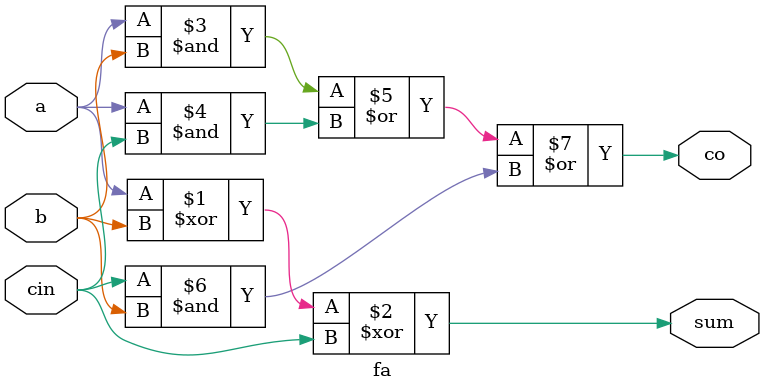
<source format=v>

module fa(a,b,cin,sum,co);

input a,b,cin;
output sum,co;

assign sum=a^b^cin;
assign co=(a&b)|(a&cin)|(cin&b);

endmodule
</source>
